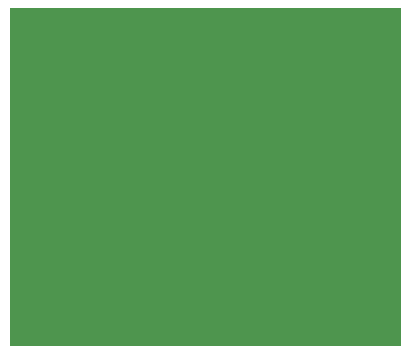
<source format=gbr>
G04 DipTrace 3.3.1.1*
G04 RECU_BLU-Board.gbr*
%MOIN*%
G04 #@! TF.FileFunction,Drawing,Board polygon*
G04 #@! TF.Part,Single*
%FSLAX26Y26*%
G04*
G70*
G90*
G75*
G01*
G04 BoardPoly*
%LPD*%
G36*
X394000Y394000D2*
X1699000D1*
Y1519000D1*
X394000D1*
Y394000D1*
G37*
M02*

</source>
